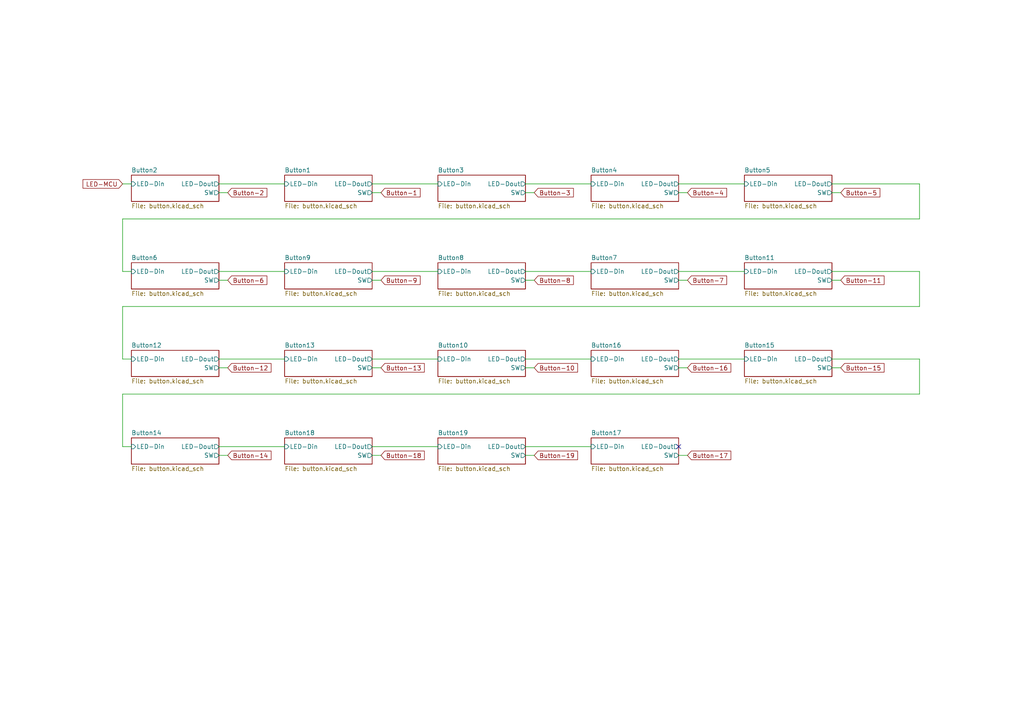
<source format=kicad_sch>
(kicad_sch
	(version 20250114)
	(generator "eeschema")
	(generator_version "9.0")
	(uuid "8862f795-76ea-4b83-847f-675f879645be")
	(paper "A4")
	(title_block
		(title "Numpad")
		(date "2025-10-28")
		(rev "v2.0")
		(company "Szymon Wąchała")
	)
	(lib_symbols)
	(no_connect
		(at 196.85 129.54)
		(uuid "cce1870e-e4d2-4b40-b8f2-5feb6f5f74a6")
	)
	(wire
		(pts
			(xy 152.4 129.54) (xy 171.45 129.54)
		)
		(stroke
			(width 0)
			(type default)
		)
		(uuid "0dbb8c7a-5e3d-4d6a-b023-7752cc963eb6")
	)
	(wire
		(pts
			(xy 152.4 78.74) (xy 171.45 78.74)
		)
		(stroke
			(width 0)
			(type default)
		)
		(uuid "18f304fb-afaa-4e24-bf65-edd686b6b51a")
	)
	(wire
		(pts
			(xy 35.56 104.14) (xy 35.56 88.9)
		)
		(stroke
			(width 0)
			(type default)
		)
		(uuid "1aee0aeb-9f45-4df7-92a8-8ee755f95619")
	)
	(wire
		(pts
			(xy 152.4 55.88) (xy 154.94 55.88)
		)
		(stroke
			(width 0)
			(type default)
		)
		(uuid "1f05715c-37ad-473f-9eed-a27e9ee2d137")
	)
	(wire
		(pts
			(xy 196.85 55.88) (xy 199.39 55.88)
		)
		(stroke
			(width 0)
			(type default)
		)
		(uuid "1f797bb9-a20e-4294-abe6-975cf9588cc2")
	)
	(wire
		(pts
			(xy 266.7 53.34) (xy 241.3 53.34)
		)
		(stroke
			(width 0)
			(type default)
		)
		(uuid "25000c56-8b9c-4241-8086-f17ba7051f71")
	)
	(wire
		(pts
			(xy 196.85 104.14) (xy 215.9 104.14)
		)
		(stroke
			(width 0)
			(type default)
		)
		(uuid "27f75a54-6d80-42ff-a466-69fc1d2ab9de")
	)
	(wire
		(pts
			(xy 152.4 81.28) (xy 154.94 81.28)
		)
		(stroke
			(width 0)
			(type default)
		)
		(uuid "32fa7a5c-b60c-448c-990d-a2b70a9ffbf6")
	)
	(wire
		(pts
			(xy 241.3 55.88) (xy 243.84 55.88)
		)
		(stroke
			(width 0)
			(type default)
		)
		(uuid "3af936b6-c82b-43d8-8800-10ffc9ede48c")
	)
	(wire
		(pts
			(xy 63.5 53.34) (xy 82.55 53.34)
		)
		(stroke
			(width 0)
			(type default)
		)
		(uuid "45bc434b-c128-47bb-8563-7fa3cc05e2f0")
	)
	(wire
		(pts
			(xy 107.95 81.28) (xy 110.49 81.28)
		)
		(stroke
			(width 0)
			(type default)
		)
		(uuid "4b52f7bb-52bd-4bf7-9b14-848f8607a4a3")
	)
	(wire
		(pts
			(xy 152.4 53.34) (xy 171.45 53.34)
		)
		(stroke
			(width 0)
			(type default)
		)
		(uuid "4b6b376d-0b73-4824-9bfd-4c4d25b6d8e2")
	)
	(wire
		(pts
			(xy 107.95 132.08) (xy 110.49 132.08)
		)
		(stroke
			(width 0)
			(type default)
		)
		(uuid "52abd1ce-3bb2-4b2b-8ab5-27d16996f994")
	)
	(wire
		(pts
			(xy 35.56 129.54) (xy 35.56 114.3)
		)
		(stroke
			(width 0)
			(type default)
		)
		(uuid "56dbd20c-e186-44ba-9d27-52c4c22bd42d")
	)
	(wire
		(pts
			(xy 107.95 104.14) (xy 127 104.14)
		)
		(stroke
			(width 0)
			(type default)
		)
		(uuid "5704a19e-3e0c-4b9c-9afc-535f9bfe914f")
	)
	(wire
		(pts
			(xy 196.85 78.74) (xy 215.9 78.74)
		)
		(stroke
			(width 0)
			(type default)
		)
		(uuid "6814128f-d8d2-41e4-8d6d-c7af485eb269")
	)
	(wire
		(pts
			(xy 35.56 114.3) (xy 266.7 114.3)
		)
		(stroke
			(width 0)
			(type default)
		)
		(uuid "6ec4543c-bd88-4d40-8bbb-8fa05fc835e0")
	)
	(wire
		(pts
			(xy 63.5 78.74) (xy 82.55 78.74)
		)
		(stroke
			(width 0)
			(type default)
		)
		(uuid "6ed9458a-f38d-46f2-acc6-525411fa621a")
	)
	(wire
		(pts
			(xy 35.56 104.14) (xy 38.1 104.14)
		)
		(stroke
			(width 0)
			(type default)
		)
		(uuid "7068d195-b7aa-43f9-b810-014cda3a50a4")
	)
	(wire
		(pts
			(xy 152.4 132.08) (xy 154.94 132.08)
		)
		(stroke
			(width 0)
			(type default)
		)
		(uuid "7b2093d6-9a9f-42b7-894a-81142a2854af")
	)
	(wire
		(pts
			(xy 196.85 106.68) (xy 199.39 106.68)
		)
		(stroke
			(width 0)
			(type default)
		)
		(uuid "8215fe05-77a2-47d3-9cd6-00721967fa7e")
	)
	(wire
		(pts
			(xy 35.56 63.5) (xy 266.7 63.5)
		)
		(stroke
			(width 0)
			(type default)
		)
		(uuid "821b149a-dc5f-4471-a2dd-234537563bbc")
	)
	(wire
		(pts
			(xy 241.3 104.14) (xy 266.7 104.14)
		)
		(stroke
			(width 0)
			(type default)
		)
		(uuid "832faa8a-5a32-4667-b4aa-e9dd02d8a389")
	)
	(wire
		(pts
			(xy 266.7 63.5) (xy 266.7 53.34)
		)
		(stroke
			(width 0)
			(type default)
		)
		(uuid "89862f45-81b6-4d70-91c8-bbaaee188e14")
	)
	(wire
		(pts
			(xy 107.95 106.68) (xy 110.49 106.68)
		)
		(stroke
			(width 0)
			(type default)
		)
		(uuid "89cb85f7-4a48-4599-84fd-f998eccd98b5")
	)
	(wire
		(pts
			(xy 63.5 55.88) (xy 66.04 55.88)
		)
		(stroke
			(width 0)
			(type default)
		)
		(uuid "8a6a5b76-97e6-4c68-a1cd-d8ec4ed7fea0")
	)
	(wire
		(pts
			(xy 63.5 104.14) (xy 82.55 104.14)
		)
		(stroke
			(width 0)
			(type default)
		)
		(uuid "95561de1-b143-42db-9ae3-7016c19c805a")
	)
	(wire
		(pts
			(xy 35.56 78.74) (xy 38.1 78.74)
		)
		(stroke
			(width 0)
			(type default)
		)
		(uuid "9591433e-a153-4832-9ac6-7e0b4763b5b0")
	)
	(wire
		(pts
			(xy 241.3 81.28) (xy 243.84 81.28)
		)
		(stroke
			(width 0)
			(type default)
		)
		(uuid "9d6fc4eb-c181-40f6-8a65-60ba28a1a597")
	)
	(wire
		(pts
			(xy 63.5 81.28) (xy 66.04 81.28)
		)
		(stroke
			(width 0)
			(type default)
		)
		(uuid "a79dfde9-32f9-4fe6-a96e-b1508787950f")
	)
	(wire
		(pts
			(xy 35.56 53.34) (xy 38.1 53.34)
		)
		(stroke
			(width 0)
			(type default)
		)
		(uuid "b0ae8f90-dc44-400e-9e8b-3f9399a7a143")
	)
	(wire
		(pts
			(xy 266.7 88.9) (xy 266.7 78.74)
		)
		(stroke
			(width 0)
			(type default)
		)
		(uuid "b2b57b88-f76f-444d-a64b-017d5fb953e9")
	)
	(wire
		(pts
			(xy 107.95 78.74) (xy 127 78.74)
		)
		(stroke
			(width 0)
			(type default)
		)
		(uuid "b9067a81-e5ff-4fc4-aa34-bda14ec2b1e1")
	)
	(wire
		(pts
			(xy 107.95 53.34) (xy 127 53.34)
		)
		(stroke
			(width 0)
			(type default)
		)
		(uuid "b9cc6873-61dc-4506-b5a5-31ff7276eb8d")
	)
	(wire
		(pts
			(xy 241.3 78.74) (xy 266.7 78.74)
		)
		(stroke
			(width 0)
			(type default)
		)
		(uuid "bab2c864-2e3a-4d2d-9ea8-1bdb5ee1bfd5")
	)
	(wire
		(pts
			(xy 107.95 129.54) (xy 127 129.54)
		)
		(stroke
			(width 0)
			(type default)
		)
		(uuid "bad6d5db-f7b1-4b15-9b58-d55bd849b911")
	)
	(wire
		(pts
			(xy 152.4 104.14) (xy 171.45 104.14)
		)
		(stroke
			(width 0)
			(type default)
		)
		(uuid "bfdaa625-78f2-4144-9569-1ef8df39091f")
	)
	(wire
		(pts
			(xy 35.56 88.9) (xy 266.7 88.9)
		)
		(stroke
			(width 0)
			(type default)
		)
		(uuid "c2b10bb9-cdb5-46cc-8989-52d82e0454e8")
	)
	(wire
		(pts
			(xy 196.85 53.34) (xy 215.9 53.34)
		)
		(stroke
			(width 0)
			(type default)
		)
		(uuid "c8f24c54-3713-4c93-b1e3-d03ce9dc87e1")
	)
	(wire
		(pts
			(xy 196.85 81.28) (xy 199.39 81.28)
		)
		(stroke
			(width 0)
			(type default)
		)
		(uuid "d2485729-cf65-402a-af6f-045004b46177")
	)
	(wire
		(pts
			(xy 63.5 129.54) (xy 82.55 129.54)
		)
		(stroke
			(width 0)
			(type default)
		)
		(uuid "d3575cba-b9e2-420b-8097-ea26e005cd9f")
	)
	(wire
		(pts
			(xy 63.5 106.68) (xy 66.04 106.68)
		)
		(stroke
			(width 0)
			(type default)
		)
		(uuid "d5b0d367-6775-4647-bded-e6b2d71428ac")
	)
	(wire
		(pts
			(xy 35.56 78.74) (xy 35.56 63.5)
		)
		(stroke
			(width 0)
			(type default)
		)
		(uuid "e2f5bd71-0121-447d-9ba2-afbdfe12b6f8")
	)
	(wire
		(pts
			(xy 241.3 106.68) (xy 243.84 106.68)
		)
		(stroke
			(width 0)
			(type default)
		)
		(uuid "e80450f0-e1db-4bcf-9daf-c789623b9f43")
	)
	(wire
		(pts
			(xy 266.7 114.3) (xy 266.7 104.14)
		)
		(stroke
			(width 0)
			(type default)
		)
		(uuid "e8450b5f-70ce-4783-8161-2595708aa545")
	)
	(wire
		(pts
			(xy 63.5 132.08) (xy 66.04 132.08)
		)
		(stroke
			(width 0)
			(type default)
		)
		(uuid "e862635c-1a4e-4366-a99b-963bedc25b8c")
	)
	(wire
		(pts
			(xy 35.56 129.54) (xy 38.1 129.54)
		)
		(stroke
			(width 0)
			(type default)
		)
		(uuid "e9e72faf-be27-458d-b885-47a4ce35f783")
	)
	(wire
		(pts
			(xy 196.85 132.08) (xy 199.39 132.08)
		)
		(stroke
			(width 0)
			(type default)
		)
		(uuid "ede2f187-4cc0-430c-8fb0-e75e1a97ceec")
	)
	(wire
		(pts
			(xy 152.4 106.68) (xy 154.94 106.68)
		)
		(stroke
			(width 0)
			(type default)
		)
		(uuid "edf2c4fc-1006-446e-bddc-aa140d8de7bb")
	)
	(wire
		(pts
			(xy 107.95 55.88) (xy 110.49 55.88)
		)
		(stroke
			(width 0)
			(type default)
		)
		(uuid "f4533f68-9417-43a0-b243-af1a8466b35f")
	)
	(global_label "Button-18"
		(shape input)
		(at 110.49 132.08 0)
		(fields_autoplaced yes)
		(effects
			(font
				(size 1.27 1.27)
			)
			(justify left)
		)
		(uuid "00586ae3-7e8e-49d4-837f-5c4973e72582")
		(property "Intersheetrefs" "${INTERSHEET_REFS}"
			(at 123.635 132.08 0)
			(effects
				(font
					(size 1.27 1.27)
				)
				(justify left)
				(hide yes)
			)
		)
	)
	(global_label "Button-8"
		(shape input)
		(at 154.94 81.28 0)
		(fields_autoplaced yes)
		(effects
			(font
				(size 1.27 1.27)
			)
			(justify left)
		)
		(uuid "00d6687b-6a59-4e2b-a82b-f8222b6c797b")
		(property "Intersheetrefs" "${INTERSHEET_REFS}"
			(at 166.8755 81.28 0)
			(effects
				(font
					(size 1.27 1.27)
				)
				(justify left)
				(hide yes)
			)
		)
	)
	(global_label "Button-2"
		(shape input)
		(at 66.04 55.88 0)
		(fields_autoplaced yes)
		(effects
			(font
				(size 1.27 1.27)
			)
			(justify left)
		)
		(uuid "0b1df298-6cac-4b54-8a1b-c4eb78f3e671")
		(property "Intersheetrefs" "${INTERSHEET_REFS}"
			(at 77.9755 55.88 0)
			(effects
				(font
					(size 1.27 1.27)
				)
				(justify left)
				(hide yes)
			)
		)
	)
	(global_label "Button-5"
		(shape input)
		(at 243.84 55.88 0)
		(fields_autoplaced yes)
		(effects
			(font
				(size 1.27 1.27)
			)
			(justify left)
		)
		(uuid "28f3b965-d684-42b9-8893-c442cf27a4f6")
		(property "Intersheetrefs" "${INTERSHEET_REFS}"
			(at 255.7755 55.88 0)
			(effects
				(font
					(size 1.27 1.27)
				)
				(justify left)
				(hide yes)
			)
		)
	)
	(global_label "LED-MCU"
		(shape input)
		(at 35.56 53.34 180)
		(fields_autoplaced yes)
		(effects
			(font
				(size 1.27 1.27)
			)
			(justify right)
		)
		(uuid "37140124-dd92-4864-9913-6d56192fa45e")
		(property "Intersheetrefs" "${INTERSHEET_REFS}"
			(at 23.5034 53.34 0)
			(effects
				(font
					(size 1.27 1.27)
				)
				(justify right)
				(hide yes)
			)
		)
	)
	(global_label "Button-12"
		(shape input)
		(at 66.04 106.68 0)
		(fields_autoplaced yes)
		(effects
			(font
				(size 1.27 1.27)
			)
			(justify left)
		)
		(uuid "3aff6189-84dd-404e-bf67-9ef4b88ef4dd")
		(property "Intersheetrefs" "${INTERSHEET_REFS}"
			(at 79.185 106.68 0)
			(effects
				(font
					(size 1.27 1.27)
				)
				(justify left)
				(hide yes)
			)
		)
	)
	(global_label "Button-9"
		(shape input)
		(at 110.49 81.28 0)
		(fields_autoplaced yes)
		(effects
			(font
				(size 1.27 1.27)
			)
			(justify left)
		)
		(uuid "40aa2349-87c4-4766-b81f-26c327f0ede7")
		(property "Intersheetrefs" "${INTERSHEET_REFS}"
			(at 122.4255 81.28 0)
			(effects
				(font
					(size 1.27 1.27)
				)
				(justify left)
				(hide yes)
			)
		)
	)
	(global_label "Button-15"
		(shape input)
		(at 243.84 106.68 0)
		(fields_autoplaced yes)
		(effects
			(font
				(size 1.27 1.27)
			)
			(justify left)
		)
		(uuid "4450a5ea-2a8a-4d50-975f-d430b87368b2")
		(property "Intersheetrefs" "${INTERSHEET_REFS}"
			(at 256.985 106.68 0)
			(effects
				(font
					(size 1.27 1.27)
				)
				(justify left)
				(hide yes)
			)
		)
	)
	(global_label "Button-4"
		(shape input)
		(at 199.39 55.88 0)
		(fields_autoplaced yes)
		(effects
			(font
				(size 1.27 1.27)
			)
			(justify left)
		)
		(uuid "4c2bbf94-df88-4d26-a7d5-8ac33a0cce5c")
		(property "Intersheetrefs" "${INTERSHEET_REFS}"
			(at 211.3255 55.88 0)
			(effects
				(font
					(size 1.27 1.27)
				)
				(justify left)
				(hide yes)
			)
		)
	)
	(global_label "Button-1"
		(shape input)
		(at 110.49 55.88 0)
		(fields_autoplaced yes)
		(effects
			(font
				(size 1.27 1.27)
			)
			(justify left)
		)
		(uuid "4f183041-f83a-4dd9-866a-206bc813331e")
		(property "Intersheetrefs" "${INTERSHEET_REFS}"
			(at 122.4255 55.88 0)
			(effects
				(font
					(size 1.27 1.27)
				)
				(justify left)
				(hide yes)
			)
		)
	)
	(global_label "Button-10"
		(shape input)
		(at 154.94 106.68 0)
		(fields_autoplaced yes)
		(effects
			(font
				(size 1.27 1.27)
			)
			(justify left)
		)
		(uuid "5fcd8750-fab3-4c8f-9f6a-af6c90cee2fd")
		(property "Intersheetrefs" "${INTERSHEET_REFS}"
			(at 168.085 106.68 0)
			(effects
				(font
					(size 1.27 1.27)
				)
				(justify left)
				(hide yes)
			)
		)
	)
	(global_label "Button-13"
		(shape input)
		(at 110.49 106.68 0)
		(fields_autoplaced yes)
		(effects
			(font
				(size 1.27 1.27)
			)
			(justify left)
		)
		(uuid "63177c74-5c1e-404c-a290-ced816e54535")
		(property "Intersheetrefs" "${INTERSHEET_REFS}"
			(at 123.635 106.68 0)
			(effects
				(font
					(size 1.27 1.27)
				)
				(justify left)
				(hide yes)
			)
		)
	)
	(global_label "Button-11"
		(shape input)
		(at 243.84 81.28 0)
		(fields_autoplaced yes)
		(effects
			(font
				(size 1.27 1.27)
			)
			(justify left)
		)
		(uuid "6776fbe0-d237-41ec-97d4-9add735c8014")
		(property "Intersheetrefs" "${INTERSHEET_REFS}"
			(at 256.985 81.28 0)
			(effects
				(font
					(size 1.27 1.27)
				)
				(justify left)
				(hide yes)
			)
		)
	)
	(global_label "Button-19"
		(shape input)
		(at 154.94 132.08 0)
		(fields_autoplaced yes)
		(effects
			(font
				(size 1.27 1.27)
			)
			(justify left)
		)
		(uuid "918b69b5-9100-4daf-9388-27dbc693477e")
		(property "Intersheetrefs" "${INTERSHEET_REFS}"
			(at 168.085 132.08 0)
			(effects
				(font
					(size 1.27 1.27)
				)
				(justify left)
				(hide yes)
			)
		)
	)
	(global_label "Button-14"
		(shape input)
		(at 66.04 132.08 0)
		(fields_autoplaced yes)
		(effects
			(font
				(size 1.27 1.27)
			)
			(justify left)
		)
		(uuid "a09378c8-2065-47d8-b7d8-4e6b020a6c9c")
		(property "Intersheetrefs" "${INTERSHEET_REFS}"
			(at 79.185 132.08 0)
			(effects
				(font
					(size 1.27 1.27)
				)
				(justify left)
				(hide yes)
			)
		)
	)
	(global_label "Button-16"
		(shape input)
		(at 199.39 106.68 0)
		(fields_autoplaced yes)
		(effects
			(font
				(size 1.27 1.27)
			)
			(justify left)
		)
		(uuid "a0e708fa-43f5-4cd4-8a14-ba69a84b3762")
		(property "Intersheetrefs" "${INTERSHEET_REFS}"
			(at 212.535 106.68 0)
			(effects
				(font
					(size 1.27 1.27)
				)
				(justify left)
				(hide yes)
			)
		)
	)
	(global_label "Button-3"
		(shape input)
		(at 154.94 55.88 0)
		(fields_autoplaced yes)
		(effects
			(font
				(size 1.27 1.27)
			)
			(justify left)
		)
		(uuid "bed0584b-19c2-41c4-872d-3fc6bbcd4581")
		(property "Intersheetrefs" "${INTERSHEET_REFS}"
			(at 166.8755 55.88 0)
			(effects
				(font
					(size 1.27 1.27)
				)
				(justify left)
				(hide yes)
			)
		)
	)
	(global_label "Button-7"
		(shape input)
		(at 199.39 81.28 0)
		(fields_autoplaced yes)
		(effects
			(font
				(size 1.27 1.27)
			)
			(justify left)
		)
		(uuid "c7b4b82d-5642-4332-862b-a5ced7ebf5c2")
		(property "Intersheetrefs" "${INTERSHEET_REFS}"
			(at 211.3255 81.28 0)
			(effects
				(font
					(size 1.27 1.27)
				)
				(justify left)
				(hide yes)
			)
		)
	)
	(global_label "Button-6"
		(shape input)
		(at 66.04 81.28 0)
		(fields_autoplaced yes)
		(effects
			(font
				(size 1.27 1.27)
			)
			(justify left)
		)
		(uuid "f091c905-5bfc-4d87-ae95-fbc61c85dd6a")
		(property "Intersheetrefs" "${INTERSHEET_REFS}"
			(at 77.9755 81.28 0)
			(effects
				(font
					(size 1.27 1.27)
				)
				(justify left)
				(hide yes)
			)
		)
	)
	(global_label "Button-17"
		(shape input)
		(at 199.39 132.08 0)
		(fields_autoplaced yes)
		(effects
			(font
				(size 1.27 1.27)
			)
			(justify left)
		)
		(uuid "f80c966d-dd01-4e7e-939f-94543e71eefa")
		(property "Intersheetrefs" "${INTERSHEET_REFS}"
			(at 212.535 132.08 0)
			(effects
				(font
					(size 1.27 1.27)
				)
				(justify left)
				(hide yes)
			)
		)
	)
	(sheet
		(at 38.1 76.2)
		(size 25.4 7.62)
		(exclude_from_sim no)
		(in_bom yes)
		(on_board yes)
		(dnp no)
		(fields_autoplaced yes)
		(stroke
			(width 0.1524)
			(type solid)
		)
		(fill
			(color 0 0 0 0.0000)
		)
		(uuid "0526ced2-499b-450c-ad39-73191d329ccc")
		(property "Sheetname" "Button6"
			(at 38.1 75.4884 0)
			(effects
				(font
					(size 1.27 1.27)
				)
				(justify left bottom)
			)
		)
		(property "Sheetfile" "button.kicad_sch"
			(at 38.1 84.4046 0)
			(effects
				(font
					(size 1.27 1.27)
				)
				(justify left top)
			)
		)
		(pin "LED-Din" input
			(at 38.1 78.74 180)
			(uuid "22f34aef-364b-4ecc-87bc-52315a0b52b7")
			(effects
				(font
					(size 1.27 1.27)
				)
				(justify left)
			)
		)
		(pin "LED-Dout" output
			(at 63.5 78.74 0)
			(uuid "e8d8f499-5d18-4781-bf31-a4a234afaad9")
			(effects
				(font
					(size 1.27 1.27)
				)
				(justify right)
			)
		)
		(pin "SW" output
			(at 63.5 81.28 0)
			(uuid "fc2c5209-d7fe-451d-b0c6-c47a559e2fe3")
			(effects
				(font
					(size 1.27 1.27)
				)
				(justify right)
			)
		)
		(instances
			(project "Numpad"
				(path "/d0314a4b-dc44-4f98-b737-941b516bac3b/871689bb-827f-4663-9c0e-8b5fd8c03e80"
					(page "9")
				)
			)
		)
	)
	(sheet
		(at 127 76.2)
		(size 25.4 7.62)
		(exclude_from_sim no)
		(in_bom yes)
		(on_board yes)
		(dnp no)
		(fields_autoplaced yes)
		(stroke
			(width 0.1524)
			(type solid)
		)
		(fill
			(color 0 0 0 0.0000)
		)
		(uuid "07019f4f-059c-40c0-887a-7a5d6969a358")
		(property "Sheetname" "Button8"
			(at 127 75.4884 0)
			(effects
				(font
					(size 1.27 1.27)
				)
				(justify left bottom)
			)
		)
		(property "Sheetfile" "button.kicad_sch"
			(at 127 84.4046 0)
			(effects
				(font
					(size 1.27 1.27)
				)
				(justify left top)
			)
		)
		(pin "LED-Din" input
			(at 127 78.74 180)
			(uuid "fa175523-6d05-40e6-a610-03d1ba57dccc")
			(effects
				(font
					(size 1.27 1.27)
				)
				(justify left)
			)
		)
		(pin "LED-Dout" output
			(at 152.4 78.74 0)
			(uuid "8fe114d2-394b-4be7-bc92-b04bec628891")
			(effects
				(font
					(size 1.27 1.27)
				)
				(justify right)
			)
		)
		(pin "SW" output
			(at 152.4 81.28 0)
			(uuid "27300940-c9d3-421e-88cf-7bf8fde18c7b")
			(effects
				(font
					(size 1.27 1.27)
				)
				(justify right)
			)
		)
		(instances
			(project "Numpad"
				(path "/d0314a4b-dc44-4f98-b737-941b516bac3b/871689bb-827f-4663-9c0e-8b5fd8c03e80"
					(page "11")
				)
			)
		)
	)
	(sheet
		(at 38.1 101.6)
		(size 25.4 7.62)
		(exclude_from_sim no)
		(in_bom yes)
		(on_board yes)
		(dnp no)
		(fields_autoplaced yes)
		(stroke
			(width 0.1524)
			(type solid)
		)
		(fill
			(color 0 0 0 0.0000)
		)
		(uuid "0c0d6b0b-d3a1-462b-9afb-63f79303ea72")
		(property "Sheetname" "Button12"
			(at 38.1 100.8884 0)
			(effects
				(font
					(size 1.27 1.27)
				)
				(justify left bottom)
			)
		)
		(property "Sheetfile" "button.kicad_sch"
			(at 38.1 109.8046 0)
			(effects
				(font
					(size 1.27 1.27)
				)
				(justify left top)
			)
		)
		(pin "LED-Din" input
			(at 38.1 104.14 180)
			(uuid "8890ef1e-2366-4d8e-b4e0-05c4d70747f0")
			(effects
				(font
					(size 1.27 1.27)
				)
				(justify left)
			)
		)
		(pin "LED-Dout" output
			(at 63.5 104.14 0)
			(uuid "f37fcb0e-5f89-4a20-80d0-7fe748b2c8b9")
			(effects
				(font
					(size 1.27 1.27)
				)
				(justify right)
			)
		)
		(pin "SW" output
			(at 63.5 106.68 0)
			(uuid "6e22119b-ab4a-45da-b7b9-b56ebd8292a7")
			(effects
				(font
					(size 1.27 1.27)
				)
				(justify right)
			)
		)
		(instances
			(project "Numpad"
				(path "/d0314a4b-dc44-4f98-b737-941b516bac3b/871689bb-827f-4663-9c0e-8b5fd8c03e80"
					(page "15")
				)
			)
		)
	)
	(sheet
		(at 82.55 127)
		(size 25.4 7.62)
		(exclude_from_sim no)
		(in_bom yes)
		(on_board yes)
		(dnp no)
		(fields_autoplaced yes)
		(stroke
			(width 0.1524)
			(type solid)
		)
		(fill
			(color 0 0 0 0.0000)
		)
		(uuid "1b1b09e9-488b-4534-b8ed-ea2e99034c3c")
		(property "Sheetname" "Button18"
			(at 82.55 126.2884 0)
			(effects
				(font
					(size 1.27 1.27)
				)
				(justify left bottom)
			)
		)
		(property "Sheetfile" "button.kicad_sch"
			(at 82.55 135.2046 0)
			(effects
				(font
					(size 1.27 1.27)
				)
				(justify left top)
			)
		)
		(pin "LED-Din" input
			(at 82.55 129.54 180)
			(uuid "7e3c57d6-b952-4acd-a632-f6e8b9f679a0")
			(effects
				(font
					(size 1.27 1.27)
				)
				(justify left)
			)
		)
		(pin "LED-Dout" output
			(at 107.95 129.54 0)
			(uuid "4d860c01-3a74-429e-acf4-36cf1f88ee80")
			(effects
				(font
					(size 1.27 1.27)
				)
				(justify right)
			)
		)
		(pin "SW" output
			(at 107.95 132.08 0)
			(uuid "70564af8-a95b-4cec-8780-383343103902")
			(effects
				(font
					(size 1.27 1.27)
				)
				(justify right)
			)
		)
		(instances
			(project "Numpad"
				(path "/d0314a4b-dc44-4f98-b737-941b516bac3b/871689bb-827f-4663-9c0e-8b5fd8c03e80"
					(page "21")
				)
			)
		)
	)
	(sheet
		(at 215.9 76.2)
		(size 25.4 7.62)
		(exclude_from_sim no)
		(in_bom yes)
		(on_board yes)
		(dnp no)
		(fields_autoplaced yes)
		(stroke
			(width 0.1524)
			(type solid)
		)
		(fill
			(color 0 0 0 0.0000)
		)
		(uuid "234feb1f-c4c7-45a5-949a-96a580163f3d")
		(property "Sheetname" "Button11"
			(at 215.9 75.4884 0)
			(effects
				(font
					(size 1.27 1.27)
				)
				(justify left bottom)
			)
		)
		(property "Sheetfile" "button.kicad_sch"
			(at 215.9 84.4046 0)
			(effects
				(font
					(size 1.27 1.27)
				)
				(justify left top)
			)
		)
		(pin "LED-Din" input
			(at 215.9 78.74 180)
			(uuid "9ffad9d1-fcb3-4f3d-b5b3-bf04da887014")
			(effects
				(font
					(size 1.27 1.27)
				)
				(justify left)
			)
		)
		(pin "LED-Dout" output
			(at 241.3 78.74 0)
			(uuid "fbee4096-9f7e-4ec3-83fa-227aa5f17b06")
			(effects
				(font
					(size 1.27 1.27)
				)
				(justify right)
			)
		)
		(pin "SW" output
			(at 241.3 81.28 0)
			(uuid "7dac5742-2354-4c15-9c69-d4b991d57682")
			(effects
				(font
					(size 1.27 1.27)
				)
				(justify right)
			)
		)
		(instances
			(project "Numpad"
				(path "/d0314a4b-dc44-4f98-b737-941b516bac3b/871689bb-827f-4663-9c0e-8b5fd8c03e80"
					(page "14")
				)
			)
		)
	)
	(sheet
		(at 82.55 50.8)
		(size 25.4 7.62)
		(exclude_from_sim no)
		(in_bom yes)
		(on_board yes)
		(dnp no)
		(fields_autoplaced yes)
		(stroke
			(width 0.1524)
			(type solid)
		)
		(fill
			(color 0 0 0 0.0000)
		)
		(uuid "3c58e326-9950-460e-b460-71e22f02a790")
		(property "Sheetname" "Button1"
			(at 82.55 50.0884 0)
			(effects
				(font
					(size 1.27 1.27)
				)
				(justify left bottom)
			)
		)
		(property "Sheetfile" "button.kicad_sch"
			(at 82.55 59.0046 0)
			(effects
				(font
					(size 1.27 1.27)
				)
				(justify left top)
			)
		)
		(pin "LED-Din" input
			(at 82.55 53.34 180)
			(uuid "329f0431-cdee-4bba-bfa7-7c78e3af881f")
			(effects
				(font
					(size 1.27 1.27)
				)
				(justify left)
			)
		)
		(pin "LED-Dout" output
			(at 107.95 53.34 0)
			(uuid "36fe5f6d-d5b4-4e9b-9dea-ca333a65a110")
			(effects
				(font
					(size 1.27 1.27)
				)
				(justify right)
			)
		)
		(pin "SW" output
			(at 107.95 55.88 0)
			(uuid "6d419738-19e7-49c1-9528-cc66435512ac")
			(effects
				(font
					(size 1.27 1.27)
				)
				(justify right)
			)
		)
		(instances
			(project "Numpad"
				(path "/d0314a4b-dc44-4f98-b737-941b516bac3b/871689bb-827f-4663-9c0e-8b5fd8c03e80"
					(page "4")
				)
			)
		)
	)
	(sheet
		(at 171.45 127)
		(size 25.4 7.62)
		(exclude_from_sim no)
		(in_bom yes)
		(on_board yes)
		(dnp no)
		(fields_autoplaced yes)
		(stroke
			(width 0.1524)
			(type solid)
		)
		(fill
			(color 0 0 0 0.0000)
		)
		(uuid "5c54c39d-f160-4ff8-8d2f-fc0d444a56e8")
		(property "Sheetname" "Button17"
			(at 171.45 126.2884 0)
			(effects
				(font
					(size 1.27 1.27)
				)
				(justify left bottom)
			)
		)
		(property "Sheetfile" "button.kicad_sch"
			(at 171.45 135.2046 0)
			(effects
				(font
					(size 1.27 1.27)
				)
				(justify left top)
			)
		)
		(pin "LED-Din" input
			(at 171.45 129.54 180)
			(uuid "9e22a2da-1435-4bfb-a67e-6928aaaa06cc")
			(effects
				(font
					(size 1.27 1.27)
				)
				(justify left)
			)
		)
		(pin "LED-Dout" output
			(at 196.85 129.54 0)
			(uuid "4fa21e69-4f46-4073-96c0-3a9c276f916c")
			(effects
				(font
					(size 1.27 1.27)
				)
				(justify right)
			)
		)
		(pin "SW" output
			(at 196.85 132.08 0)
			(uuid "8fdf3dab-151e-4afd-8257-b60eb766ac13")
			(effects
				(font
					(size 1.27 1.27)
				)
				(justify right)
			)
		)
		(instances
			(project "Numpad"
				(path "/d0314a4b-dc44-4f98-b737-941b516bac3b/871689bb-827f-4663-9c0e-8b5fd8c03e80"
					(page "20")
				)
			)
		)
	)
	(sheet
		(at 82.55 76.2)
		(size 25.4 7.62)
		(exclude_from_sim no)
		(in_bom yes)
		(on_board yes)
		(dnp no)
		(fields_autoplaced yes)
		(stroke
			(width 0.1524)
			(type solid)
		)
		(fill
			(color 0 0 0 0.0000)
		)
		(uuid "6c53b50c-37b3-45d2-94a6-b69042f8832a")
		(property "Sheetname" "Button9"
			(at 82.55 75.4884 0)
			(effects
				(font
					(size 1.27 1.27)
				)
				(justify left bottom)
			)
		)
		(property "Sheetfile" "button.kicad_sch"
			(at 82.55 84.4046 0)
			(effects
				(font
					(size 1.27 1.27)
				)
				(justify left top)
			)
		)
		(pin "LED-Din" input
			(at 82.55 78.74 180)
			(uuid "3e814e6b-82a5-438c-b01b-29847688a68a")
			(effects
				(font
					(size 1.27 1.27)
				)
				(justify left)
			)
		)
		(pin "LED-Dout" output
			(at 107.95 78.74 0)
			(uuid "c46c07ae-1c7c-4d74-9ecc-bb235dba4603")
			(effects
				(font
					(size 1.27 1.27)
				)
				(justify right)
			)
		)
		(pin "SW" output
			(at 107.95 81.28 0)
			(uuid "b25eebd4-365c-459b-bf14-0be0132d8f17")
			(effects
				(font
					(size 1.27 1.27)
				)
				(justify right)
			)
		)
		(instances
			(project "Numpad"
				(path "/d0314a4b-dc44-4f98-b737-941b516bac3b/871689bb-827f-4663-9c0e-8b5fd8c03e80"
					(page "12")
				)
			)
		)
	)
	(sheet
		(at 82.55 101.6)
		(size 25.4 7.62)
		(exclude_from_sim no)
		(in_bom yes)
		(on_board yes)
		(dnp no)
		(fields_autoplaced yes)
		(stroke
			(width 0.1524)
			(type solid)
		)
		(fill
			(color 0 0 0 0.0000)
		)
		(uuid "6c663ec1-ca97-48dd-8894-3c266dfbf294")
		(property "Sheetname" "Button13"
			(at 82.55 100.8884 0)
			(effects
				(font
					(size 1.27 1.27)
				)
				(justify left bottom)
			)
		)
		(property "Sheetfile" "button.kicad_sch"
			(at 82.55 109.8046 0)
			(effects
				(font
					(size 1.27 1.27)
				)
				(justify left top)
			)
		)
		(pin "LED-Din" input
			(at 82.55 104.14 180)
			(uuid "7ce1e212-2416-4b99-b071-f29ab4602592")
			(effects
				(font
					(size 1.27 1.27)
				)
				(justify left)
			)
		)
		(pin "LED-Dout" output
			(at 107.95 104.14 0)
			(uuid "f6287471-71b8-4c28-8fc6-9f74347744cf")
			(effects
				(font
					(size 1.27 1.27)
				)
				(justify right)
			)
		)
		(pin "SW" output
			(at 107.95 106.68 0)
			(uuid "84b2094e-b7bc-4c40-8785-00cf4492420b")
			(effects
				(font
					(size 1.27 1.27)
				)
				(justify right)
			)
		)
		(instances
			(project "Numpad"
				(path "/d0314a4b-dc44-4f98-b737-941b516bac3b/871689bb-827f-4663-9c0e-8b5fd8c03e80"
					(page "16")
				)
			)
		)
	)
	(sheet
		(at 171.45 101.6)
		(size 25.4 7.62)
		(exclude_from_sim no)
		(in_bom yes)
		(on_board yes)
		(dnp no)
		(fields_autoplaced yes)
		(stroke
			(width 0.1524)
			(type solid)
		)
		(fill
			(color 0 0 0 0.0000)
		)
		(uuid "775c2a50-2ceb-4a8c-a0aa-ff62ecbc4eee")
		(property "Sheetname" "Button16"
			(at 171.45 100.8884 0)
			(effects
				(font
					(size 1.27 1.27)
				)
				(justify left bottom)
			)
		)
		(property "Sheetfile" "button.kicad_sch"
			(at 171.45 109.8046 0)
			(effects
				(font
					(size 1.27 1.27)
				)
				(justify left top)
			)
		)
		(pin "LED-Din" input
			(at 171.45 104.14 180)
			(uuid "d96f5ef0-af10-4061-b85e-9eb370324628")
			(effects
				(font
					(size 1.27 1.27)
				)
				(justify left)
			)
		)
		(pin "LED-Dout" output
			(at 196.85 104.14 0)
			(uuid "da99aec5-b442-43c8-8d47-e57df277bb1e")
			(effects
				(font
					(size 1.27 1.27)
				)
				(justify right)
			)
		)
		(pin "SW" output
			(at 196.85 106.68 0)
			(uuid "b1a68280-47ec-4619-a2d3-36331933e74a")
			(effects
				(font
					(size 1.27 1.27)
				)
				(justify right)
			)
		)
		(instances
			(project "Numpad"
				(path "/d0314a4b-dc44-4f98-b737-941b516bac3b/871689bb-827f-4663-9c0e-8b5fd8c03e80"
					(page "19")
				)
			)
		)
	)
	(sheet
		(at 171.45 50.8)
		(size 25.4 7.62)
		(exclude_from_sim no)
		(in_bom yes)
		(on_board yes)
		(dnp no)
		(fields_autoplaced yes)
		(stroke
			(width 0.1524)
			(type solid)
		)
		(fill
			(color 0 0 0 0.0000)
		)
		(uuid "81cc2edf-147d-4baf-886d-58002355c636")
		(property "Sheetname" "Button4"
			(at 171.45 50.0884 0)
			(effects
				(font
					(size 1.27 1.27)
				)
				(justify left bottom)
			)
		)
		(property "Sheetfile" "button.kicad_sch"
			(at 171.45 59.0046 0)
			(effects
				(font
					(size 1.27 1.27)
				)
				(justify left top)
			)
		)
		(pin "LED-Din" input
			(at 171.45 53.34 180)
			(uuid "3d002c2f-d3e1-492d-9aec-0e6f5361be52")
			(effects
				(font
					(size 1.27 1.27)
				)
				(justify left)
			)
		)
		(pin "LED-Dout" output
			(at 196.85 53.34 0)
			(uuid "a0d3f475-038f-4f3b-b60a-fb0c4769247f")
			(effects
				(font
					(size 1.27 1.27)
				)
				(justify right)
			)
		)
		(pin "SW" output
			(at 196.85 55.88 0)
			(uuid "55c5bf89-dd87-4366-a59b-5c98ff12fb6c")
			(effects
				(font
					(size 1.27 1.27)
				)
				(justify right)
			)
		)
		(instances
			(project "Numpad"
				(path "/d0314a4b-dc44-4f98-b737-941b516bac3b/871689bb-827f-4663-9c0e-8b5fd8c03e80"
					(page "7")
				)
			)
		)
	)
	(sheet
		(at 38.1 127)
		(size 25.4 7.62)
		(exclude_from_sim no)
		(in_bom yes)
		(on_board yes)
		(dnp no)
		(fields_autoplaced yes)
		(stroke
			(width 0.1524)
			(type solid)
		)
		(fill
			(color 0 0 0 0.0000)
		)
		(uuid "8a291393-042c-4adf-a7bf-5796acaf15d0")
		(property "Sheetname" "Button14"
			(at 38.1 126.2884 0)
			(effects
				(font
					(size 1.27 1.27)
				)
				(justify left bottom)
			)
		)
		(property "Sheetfile" "button.kicad_sch"
			(at 38.1 135.2046 0)
			(effects
				(font
					(size 1.27 1.27)
				)
				(justify left top)
			)
		)
		(pin "LED-Din" input
			(at 38.1 129.54 180)
			(uuid "1cfea22a-c920-4873-b65e-ff75007e9554")
			(effects
				(font
					(size 1.27 1.27)
				)
				(justify left)
			)
		)
		(pin "LED-Dout" output
			(at 63.5 129.54 0)
			(uuid "e641eddf-5ad0-49a9-9fba-7ea276a076d8")
			(effects
				(font
					(size 1.27 1.27)
				)
				(justify right)
			)
		)
		(pin "SW" output
			(at 63.5 132.08 0)
			(uuid "e6910365-40b2-460e-b78b-d7700a7a9c75")
			(effects
				(font
					(size 1.27 1.27)
				)
				(justify right)
			)
		)
		(instances
			(project "Numpad"
				(path "/d0314a4b-dc44-4f98-b737-941b516bac3b/871689bb-827f-4663-9c0e-8b5fd8c03e80"
					(page "17")
				)
			)
		)
	)
	(sheet
		(at 38.1 50.8)
		(size 25.4 7.62)
		(exclude_from_sim no)
		(in_bom yes)
		(on_board yes)
		(dnp no)
		(fields_autoplaced yes)
		(stroke
			(width 0.1524)
			(type solid)
		)
		(fill
			(color 0 0 0 0.0000)
		)
		(uuid "9c66eab0-e743-4864-9bdf-23c851f195bc")
		(property "Sheetname" "Button2"
			(at 38.1 50.0884 0)
			(effects
				(font
					(size 1.27 1.27)
				)
				(justify left bottom)
			)
		)
		(property "Sheetfile" "button.kicad_sch"
			(at 38.1 59.0046 0)
			(effects
				(font
					(size 1.27 1.27)
				)
				(justify left top)
			)
		)
		(pin "LED-Din" input
			(at 38.1 53.34 180)
			(uuid "bbb4286c-9079-4737-b1d6-465ffbae27fe")
			(effects
				(font
					(size 1.27 1.27)
				)
				(justify left)
			)
		)
		(pin "LED-Dout" output
			(at 63.5 53.34 0)
			(uuid "44cfeee6-8b56-47ca-a2e0-dc3eb8ef92bc")
			(effects
				(font
					(size 1.27 1.27)
				)
				(justify right)
			)
		)
		(pin "SW" output
			(at 63.5 55.88 0)
			(uuid "94cd4e6a-4b1c-4989-90bf-9f39df99efd2")
			(effects
				(font
					(size 1.27 1.27)
				)
				(justify right)
			)
		)
		(instances
			(project "Numpad"
				(path "/d0314a4b-dc44-4f98-b737-941b516bac3b/871689bb-827f-4663-9c0e-8b5fd8c03e80"
					(page "5")
				)
			)
		)
	)
	(sheet
		(at 171.45 76.2)
		(size 25.4 7.62)
		(exclude_from_sim no)
		(in_bom yes)
		(on_board yes)
		(dnp no)
		(fields_autoplaced yes)
		(stroke
			(width 0.1524)
			(type solid)
		)
		(fill
			(color 0 0 0 0.0000)
		)
		(uuid "af04960a-6ad5-4be8-9346-45d24c995ad9")
		(property "Sheetname" "Button7"
			(at 171.45 75.4884 0)
			(effects
				(font
					(size 1.27 1.27)
				)
				(justify left bottom)
			)
		)
		(property "Sheetfile" "button.kicad_sch"
			(at 171.45 84.4046 0)
			(effects
				(font
					(size 1.27 1.27)
				)
				(justify left top)
			)
		)
		(pin "LED-Din" input
			(at 171.45 78.74 180)
			(uuid "db18009c-6cb8-43ea-a251-606ede200227")
			(effects
				(font
					(size 1.27 1.27)
				)
				(justify left)
			)
		)
		(pin "LED-Dout" output
			(at 196.85 78.74 0)
			(uuid "780dccda-8f2d-4af8-9ca4-94befa6af2b6")
			(effects
				(font
					(size 1.27 1.27)
				)
				(justify right)
			)
		)
		(pin "SW" output
			(at 196.85 81.28 0)
			(uuid "d475b9b0-e7b0-4225-a91c-8b16d4a48ced")
			(effects
				(font
					(size 1.27 1.27)
				)
				(justify right)
			)
		)
		(instances
			(project "Numpad"
				(path "/d0314a4b-dc44-4f98-b737-941b516bac3b/871689bb-827f-4663-9c0e-8b5fd8c03e80"
					(page "10")
				)
			)
		)
	)
	(sheet
		(at 215.9 50.8)
		(size 25.4 7.62)
		(exclude_from_sim no)
		(in_bom yes)
		(on_board yes)
		(dnp no)
		(fields_autoplaced yes)
		(stroke
			(width 0.1524)
			(type solid)
		)
		(fill
			(color 0 0 0 0.0000)
		)
		(uuid "c2a79561-4541-4f9b-b921-d4fd01c6610a")
		(property "Sheetname" "Button5"
			(at 215.9 50.0884 0)
			(effects
				(font
					(size 1.27 1.27)
				)
				(justify left bottom)
			)
		)
		(property "Sheetfile" "button.kicad_sch"
			(at 215.9 59.0046 0)
			(effects
				(font
					(size 1.27 1.27)
				)
				(justify left top)
			)
		)
		(pin "LED-Din" input
			(at 215.9 53.34 180)
			(uuid "3f7eaa09-12f2-4e02-8ce1-d044591069ab")
			(effects
				(font
					(size 1.27 1.27)
				)
				(justify left)
			)
		)
		(pin "LED-Dout" output
			(at 241.3 53.34 0)
			(uuid "7dc4c380-7130-4950-9dbe-803c4f8e8789")
			(effects
				(font
					(size 1.27 1.27)
				)
				(justify right)
			)
		)
		(pin "SW" output
			(at 241.3 55.88 0)
			(uuid "00da6c37-439c-4bd2-8874-423f00a8a740")
			(effects
				(font
					(size 1.27 1.27)
				)
				(justify right)
			)
		)
		(instances
			(project "Numpad"
				(path "/d0314a4b-dc44-4f98-b737-941b516bac3b/871689bb-827f-4663-9c0e-8b5fd8c03e80"
					(page "8")
				)
			)
		)
	)
	(sheet
		(at 127 50.8)
		(size 25.4 7.62)
		(exclude_from_sim no)
		(in_bom yes)
		(on_board yes)
		(dnp no)
		(fields_autoplaced yes)
		(stroke
			(width 0.1524)
			(type solid)
		)
		(fill
			(color 0 0 0 0.0000)
		)
		(uuid "cc5adbc2-cc5e-4e8c-90cf-e85f7612b816")
		(property "Sheetname" "Button3"
			(at 127 50.0884 0)
			(effects
				(font
					(size 1.27 1.27)
				)
				(justify left bottom)
			)
		)
		(property "Sheetfile" "button.kicad_sch"
			(at 127 59.0046 0)
			(effects
				(font
					(size 1.27 1.27)
				)
				(justify left top)
			)
		)
		(pin "LED-Din" input
			(at 127 53.34 180)
			(uuid "3371df5f-b6d3-454c-89fe-b2cbac3c3efa")
			(effects
				(font
					(size 1.27 1.27)
				)
				(justify left)
			)
		)
		(pin "LED-Dout" output
			(at 152.4 53.34 0)
			(uuid "132763a3-eb7b-493f-8b20-e886c3d57d0f")
			(effects
				(font
					(size 1.27 1.27)
				)
				(justify right)
			)
		)
		(pin "SW" output
			(at 152.4 55.88 0)
			(uuid "05d02f07-1e21-47b4-bf51-fd1cc7e2c1a8")
			(effects
				(font
					(size 1.27 1.27)
				)
				(justify right)
			)
		)
		(instances
			(project "Numpad"
				(path "/d0314a4b-dc44-4f98-b737-941b516bac3b/871689bb-827f-4663-9c0e-8b5fd8c03e80"
					(page "6")
				)
			)
		)
	)
	(sheet
		(at 215.9 101.6)
		(size 25.4 7.62)
		(exclude_from_sim no)
		(in_bom yes)
		(on_board yes)
		(dnp no)
		(fields_autoplaced yes)
		(stroke
			(width 0.1524)
			(type solid)
		)
		(fill
			(color 0 0 0 0.0000)
		)
		(uuid "cfffcf67-246b-4abd-a44d-312852308708")
		(property "Sheetname" "Button15"
			(at 215.9 100.8884 0)
			(effects
				(font
					(size 1.27 1.27)
				)
				(justify left bottom)
			)
		)
		(property "Sheetfile" "button.kicad_sch"
			(at 215.9 109.8046 0)
			(effects
				(font
					(size 1.27 1.27)
				)
				(justify left top)
			)
		)
		(pin "LED-Din" input
			(at 215.9 104.14 180)
			(uuid "9168b871-d43c-4cf7-8cf1-d69e4fd33587")
			(effects
				(font
					(size 1.27 1.27)
				)
				(justify left)
			)
		)
		(pin "LED-Dout" output
			(at 241.3 104.14 0)
			(uuid "fc6a5964-e39a-4368-9c73-80ff91b4d2a5")
			(effects
				(font
					(size 1.27 1.27)
				)
				(justify right)
			)
		)
		(pin "SW" output
			(at 241.3 106.68 0)
			(uuid "fb8d2c23-c265-4753-867e-6b701b75ea24")
			(effects
				(font
					(size 1.27 1.27)
				)
				(justify right)
			)
		)
		(instances
			(project "Numpad"
				(path "/d0314a4b-dc44-4f98-b737-941b516bac3b/871689bb-827f-4663-9c0e-8b5fd8c03e80"
					(page "18")
				)
			)
		)
	)
	(sheet
		(at 127 101.6)
		(size 25.4 7.62)
		(exclude_from_sim no)
		(in_bom yes)
		(on_board yes)
		(dnp no)
		(fields_autoplaced yes)
		(stroke
			(width 0.1524)
			(type solid)
		)
		(fill
			(color 0 0 0 0.0000)
		)
		(uuid "e02a577a-f5fb-471e-8199-65fbb7873b6f")
		(property "Sheetname" "Button10"
			(at 127 100.8884 0)
			(effects
				(font
					(size 1.27 1.27)
				)
				(justify left bottom)
			)
		)
		(property "Sheetfile" "button.kicad_sch"
			(at 127 109.8046 0)
			(effects
				(font
					(size 1.27 1.27)
				)
				(justify left top)
			)
		)
		(pin "LED-Din" input
			(at 127 104.14 180)
			(uuid "d3d84519-5045-4688-9675-761e92ce35e5")
			(effects
				(font
					(size 1.27 1.27)
				)
				(justify left)
			)
		)
		(pin "LED-Dout" output
			(at 152.4 104.14 0)
			(uuid "25baef58-1ee8-4f1c-b21b-ee76eaf8c874")
			(effects
				(font
					(size 1.27 1.27)
				)
				(justify right)
			)
		)
		(pin "SW" output
			(at 152.4 106.68 0)
			(uuid "cc12e02c-7529-468e-9486-b17cc411eca1")
			(effects
				(font
					(size 1.27 1.27)
				)
				(justify right)
			)
		)
		(instances
			(project "Numpad"
				(path "/d0314a4b-dc44-4f98-b737-941b516bac3b/871689bb-827f-4663-9c0e-8b5fd8c03e80"
					(page "13")
				)
			)
		)
	)
	(sheet
		(at 127 127)
		(size 25.4 7.62)
		(exclude_from_sim no)
		(in_bom yes)
		(on_board yes)
		(dnp no)
		(fields_autoplaced yes)
		(stroke
			(width 0.1524)
			(type solid)
		)
		(fill
			(color 0 0 0 0.0000)
		)
		(uuid "e0f19db5-8d61-4175-82a1-19558b750887")
		(property "Sheetname" "Button19"
			(at 127 126.2884 0)
			(effects
				(font
					(size 1.27 1.27)
				)
				(justify left bottom)
			)
		)
		(property "Sheetfile" "button.kicad_sch"
			(at 127 135.2046 0)
			(effects
				(font
					(size 1.27 1.27)
				)
				(justify left top)
			)
		)
		(pin "LED-Din" input
			(at 127 129.54 180)
			(uuid "a9d48ffb-91b8-4f4f-956f-1708e226bf6f")
			(effects
				(font
					(size 1.27 1.27)
				)
				(justify left)
			)
		)
		(pin "LED-Dout" output
			(at 152.4 129.54 0)
			(uuid "50a95594-7f81-4dea-ad75-e7f406a3814a")
			(effects
				(font
					(size 1.27 1.27)
				)
				(justify right)
			)
		)
		(pin "SW" output
			(at 152.4 132.08 0)
			(uuid "7357a13e-1d55-413e-ac7a-6cbd2c1144d4")
			(effects
				(font
					(size 1.27 1.27)
				)
				(justify right)
			)
		)
		(instances
			(project "Numpad"
				(path "/d0314a4b-dc44-4f98-b737-941b516bac3b/871689bb-827f-4663-9c0e-8b5fd8c03e80"
					(page "22")
				)
			)
		)
	)
)

</source>
